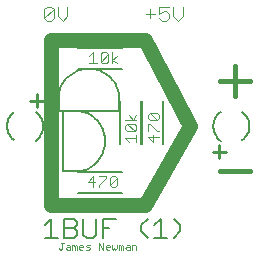
<source format=gto>
G75*
G70*
%OFA0B0*%
%FSLAX24Y24*%
%IPPOS*%
%LPD*%
%AMOC8*
5,1,8,0,0,1.08239X$1,22.5*
%
%ADD10C,0.0160*%
%ADD11C,0.0040*%
%ADD12C,0.0060*%
%ADD13C,0.0020*%
%ADD14C,0.0500*%
%ADD15C,0.0050*%
%ADD16C,0.0030*%
%ADD17C,0.0100*%
D10*
X008600Y003660D02*
X009600Y003660D01*
X009100Y006160D02*
X009100Y007160D01*
X008600Y006660D02*
X009600Y006660D01*
D11*
X007348Y008834D02*
X007348Y009141D01*
X007041Y009141D02*
X007041Y008834D01*
X007194Y008680D01*
X007348Y008834D01*
X006887Y008910D02*
X006887Y008757D01*
X006811Y008680D01*
X006657Y008680D01*
X006580Y008757D01*
X006580Y008910D02*
X006734Y008987D01*
X006811Y008987D01*
X006887Y008910D01*
X006887Y009141D02*
X006580Y009141D01*
X006580Y008910D01*
X006427Y008910D02*
X006120Y008910D01*
X006273Y008757D02*
X006273Y009064D01*
X003512Y009141D02*
X003512Y008834D01*
X003359Y008680D01*
X003205Y008834D01*
X003205Y009141D01*
X003052Y009064D02*
X002745Y008757D01*
X002822Y008680D01*
X002975Y008680D01*
X003052Y008757D01*
X003052Y009064D01*
X002975Y009141D01*
X002822Y009141D01*
X002745Y009064D01*
X002745Y008757D01*
D12*
X002755Y001440D02*
X003182Y001440D01*
X003400Y001440D02*
X003720Y001440D01*
X003827Y001547D01*
X003827Y001654D01*
X003720Y001760D01*
X003400Y001760D01*
X003400Y001440D02*
X003400Y002081D01*
X003720Y002081D01*
X003827Y001974D01*
X003827Y001867D01*
X003720Y001760D01*
X004044Y001547D02*
X004151Y001440D01*
X004364Y001440D01*
X004471Y001547D01*
X004471Y002081D01*
X004689Y002081D02*
X005116Y002081D01*
X004902Y001760D02*
X004689Y001760D01*
X004689Y001440D02*
X004689Y002081D01*
X004044Y002081D02*
X004044Y001547D01*
X002969Y001440D02*
X002969Y002081D01*
X002755Y001867D01*
X003875Y002935D02*
X005325Y002935D01*
X005325Y003635D02*
X003875Y003635D01*
X005250Y004560D02*
X005250Y006010D01*
X005950Y006010D02*
X005950Y004560D01*
X006000Y004560D02*
X006000Y006010D01*
X006700Y006010D02*
X006700Y004560D01*
X008375Y005160D02*
X008377Y005207D01*
X008383Y005255D01*
X008392Y005301D01*
X008405Y005347D01*
X008421Y005391D01*
X008442Y005435D01*
X008465Y005476D01*
X008491Y005515D01*
X008521Y005552D01*
X008554Y005587D01*
X008589Y005619D01*
X008626Y005648D01*
X009575Y005160D02*
X009573Y005115D01*
X009568Y005069D01*
X009560Y005025D01*
X009548Y004981D01*
X009532Y004938D01*
X009514Y004896D01*
X009492Y004856D01*
X009468Y004818D01*
X009441Y004782D01*
X009411Y004747D01*
X009378Y004716D01*
X009343Y004686D01*
X009575Y005160D02*
X009573Y005205D01*
X009568Y005251D01*
X009560Y005295D01*
X009548Y005339D01*
X009532Y005382D01*
X009514Y005424D01*
X009492Y005464D01*
X009468Y005502D01*
X009441Y005538D01*
X009411Y005573D01*
X009378Y005604D01*
X009343Y005634D01*
X008375Y005160D02*
X008377Y005114D01*
X008382Y005068D01*
X008391Y005022D01*
X008403Y004977D01*
X008419Y004934D01*
X008438Y004892D01*
X008461Y004851D01*
X008486Y004812D01*
X008514Y004776D01*
X008545Y004741D01*
X008579Y004709D01*
X008615Y004680D01*
X007052Y002081D02*
X007266Y001867D01*
X007266Y001654D01*
X007052Y001440D01*
X006834Y001440D02*
X006407Y001440D01*
X006621Y001440D02*
X006621Y002081D01*
X006407Y001867D01*
X006191Y002081D02*
X005978Y001867D01*
X005978Y001654D01*
X006191Y001440D01*
X001500Y005160D02*
X001502Y005205D01*
X001507Y005251D01*
X001515Y005295D01*
X001527Y005339D01*
X001543Y005382D01*
X001561Y005424D01*
X001583Y005464D01*
X001607Y005502D01*
X001634Y005538D01*
X001664Y005573D01*
X001697Y005604D01*
X001732Y005634D01*
X002700Y005160D02*
X002698Y005113D01*
X002692Y005065D01*
X002683Y005019D01*
X002670Y004973D01*
X002654Y004929D01*
X002633Y004885D01*
X002610Y004844D01*
X002584Y004805D01*
X002554Y004768D01*
X002521Y004733D01*
X002486Y004701D01*
X002449Y004672D01*
X002700Y005160D02*
X002698Y005206D01*
X002693Y005252D01*
X002684Y005298D01*
X002672Y005343D01*
X002656Y005386D01*
X002637Y005428D01*
X002614Y005469D01*
X002589Y005508D01*
X002561Y005544D01*
X002530Y005579D01*
X002496Y005611D01*
X002460Y005640D01*
X001500Y005160D02*
X001502Y005115D01*
X001507Y005069D01*
X001515Y005025D01*
X001527Y004981D01*
X001543Y004938D01*
X001561Y004896D01*
X001583Y004856D01*
X001607Y004818D01*
X001634Y004782D01*
X001664Y004747D01*
X001697Y004716D01*
X001732Y004686D01*
X003875Y007060D02*
X005325Y007060D01*
X005325Y007760D02*
X003875Y007760D01*
D13*
X003382Y001265D02*
X003308Y001265D01*
X003345Y001265D02*
X003345Y001082D01*
X003308Y001045D01*
X003272Y001045D01*
X003235Y001082D01*
X003456Y001082D02*
X003493Y001119D01*
X003603Y001119D01*
X003603Y001155D02*
X003603Y001045D01*
X003493Y001045D01*
X003456Y001082D01*
X003493Y001192D02*
X003566Y001192D01*
X003603Y001155D01*
X003677Y001192D02*
X003714Y001192D01*
X003750Y001155D01*
X003787Y001192D01*
X003824Y001155D01*
X003824Y001045D01*
X003750Y001045D02*
X003750Y001155D01*
X003677Y001192D02*
X003677Y001045D01*
X003898Y001082D02*
X003898Y001155D01*
X003935Y001192D01*
X004008Y001192D01*
X004045Y001155D01*
X004045Y001119D01*
X003898Y001119D01*
X003898Y001082D02*
X003935Y001045D01*
X004008Y001045D01*
X004119Y001045D02*
X004229Y001045D01*
X004266Y001082D01*
X004229Y001119D01*
X004156Y001119D01*
X004119Y001155D01*
X004156Y001192D01*
X004266Y001192D01*
X004561Y001265D02*
X004561Y001045D01*
X004708Y001045D02*
X004561Y001265D01*
X004708Y001265D02*
X004708Y001045D01*
X004782Y001082D02*
X004782Y001155D01*
X004819Y001192D01*
X004892Y001192D01*
X004929Y001155D01*
X004929Y001119D01*
X004782Y001119D01*
X004782Y001082D02*
X004819Y001045D01*
X004892Y001045D01*
X005003Y001082D02*
X005003Y001192D01*
X005003Y001082D02*
X005040Y001045D01*
X005076Y001082D01*
X005113Y001045D01*
X005150Y001082D01*
X005150Y001192D01*
X005224Y001192D02*
X005224Y001045D01*
X005297Y001045D02*
X005297Y001155D01*
X005334Y001192D01*
X005371Y001155D01*
X005371Y001045D01*
X005445Y001082D02*
X005482Y001119D01*
X005592Y001119D01*
X005592Y001155D02*
X005592Y001045D01*
X005482Y001045D01*
X005445Y001082D01*
X005482Y001192D02*
X005555Y001192D01*
X005592Y001155D01*
X005666Y001192D02*
X005776Y001192D01*
X005813Y001155D01*
X005813Y001045D01*
X005666Y001045D02*
X005666Y001192D01*
X005297Y001155D02*
X005261Y001192D01*
X005224Y001192D01*
D14*
X006100Y002535D02*
X007600Y005160D01*
X006100Y008035D01*
X002975Y008035D01*
X002975Y002535D01*
X006100Y002535D01*
D15*
X003950Y003660D02*
X003350Y003660D01*
X003350Y005660D01*
X003950Y005660D01*
X003225Y006260D02*
X003239Y006321D01*
X003257Y006380D01*
X003278Y006439D01*
X003303Y006496D01*
X003331Y006551D01*
X003363Y006605D01*
X003398Y006657D01*
X003436Y006706D01*
X003476Y006753D01*
X003520Y006797D01*
X003566Y006839D01*
X003615Y006878D01*
X003666Y006913D01*
X003719Y006946D01*
X003774Y006975D01*
X003831Y007001D01*
X003889Y007023D01*
X003948Y007042D01*
X004009Y007057D01*
X004070Y007068D01*
X004132Y007076D01*
X004194Y007080D01*
X004256Y007080D01*
X004318Y007076D01*
X004380Y007068D01*
X004441Y007057D01*
X004502Y007042D01*
X004561Y007023D01*
X004619Y007001D01*
X004676Y006975D01*
X004731Y006946D01*
X004784Y006913D01*
X004835Y006878D01*
X004884Y006839D01*
X004930Y006797D01*
X004974Y006753D01*
X005014Y006706D01*
X005052Y006657D01*
X005087Y006605D01*
X005119Y006551D01*
X005147Y006496D01*
X005172Y006439D01*
X005193Y006380D01*
X005211Y006321D01*
X005225Y006260D01*
X005225Y005660D01*
X003225Y005660D01*
X003225Y006260D01*
X003950Y005660D02*
X004011Y005646D01*
X004070Y005628D01*
X004129Y005607D01*
X004186Y005582D01*
X004241Y005554D01*
X004295Y005522D01*
X004347Y005487D01*
X004396Y005449D01*
X004443Y005409D01*
X004487Y005365D01*
X004529Y005319D01*
X004568Y005270D01*
X004603Y005219D01*
X004636Y005166D01*
X004665Y005111D01*
X004691Y005054D01*
X004713Y004996D01*
X004732Y004937D01*
X004747Y004876D01*
X004758Y004815D01*
X004766Y004753D01*
X004770Y004691D01*
X004770Y004629D01*
X004766Y004567D01*
X004758Y004505D01*
X004747Y004444D01*
X004732Y004383D01*
X004713Y004324D01*
X004691Y004266D01*
X004665Y004209D01*
X004636Y004154D01*
X004603Y004101D01*
X004568Y004050D01*
X004529Y004001D01*
X004487Y003955D01*
X004443Y003911D01*
X004396Y003871D01*
X004347Y003833D01*
X004295Y003798D01*
X004241Y003766D01*
X004186Y003738D01*
X004129Y003713D01*
X004070Y003692D01*
X004011Y003674D01*
X003950Y003660D01*
D16*
X004185Y003310D02*
X004432Y003310D01*
X004370Y003125D02*
X004370Y003496D01*
X004185Y003310D01*
X004553Y003187D02*
X004553Y003125D01*
X004553Y003187D02*
X004800Y003434D01*
X004800Y003496D01*
X004553Y003496D01*
X004922Y003434D02*
X004922Y003187D01*
X005169Y003434D01*
X005169Y003187D01*
X005107Y003125D01*
X004983Y003125D01*
X004922Y003187D01*
X004922Y003434D02*
X004983Y003496D01*
X005107Y003496D01*
X005169Y003434D01*
X005563Y004625D02*
X005440Y004749D01*
X005810Y004749D01*
X005810Y004872D02*
X005810Y004625D01*
X005748Y004994D02*
X005501Y004994D01*
X005440Y005055D01*
X005440Y005179D01*
X005501Y005240D01*
X005748Y004994D01*
X005810Y005055D01*
X005810Y005179D01*
X005748Y005240D01*
X005501Y005240D01*
X005440Y005362D02*
X005810Y005362D01*
X005687Y005362D02*
X005563Y005547D01*
X005687Y005362D02*
X005810Y005547D01*
X006190Y005547D02*
X006190Y005424D01*
X006251Y005362D01*
X006498Y005362D01*
X006251Y005609D01*
X006498Y005609D01*
X006560Y005547D01*
X006560Y005424D01*
X006498Y005362D01*
X006251Y005240D02*
X006498Y004994D01*
X006560Y004994D01*
X006375Y004872D02*
X006375Y004625D01*
X006190Y004810D01*
X006560Y004810D01*
X006190Y004994D02*
X006190Y005240D01*
X006251Y005240D01*
X006190Y005547D02*
X006251Y005609D01*
X005168Y007250D02*
X004983Y007374D01*
X005168Y007497D01*
X004983Y007621D02*
X004983Y007250D01*
X004862Y007312D02*
X004800Y007250D01*
X004676Y007250D01*
X004615Y007312D01*
X004862Y007559D01*
X004862Y007312D01*
X004615Y007312D02*
X004615Y007559D01*
X004676Y007621D01*
X004800Y007621D01*
X004862Y007559D01*
X004493Y007250D02*
X004246Y007250D01*
X004370Y007250D02*
X004370Y007621D01*
X004246Y007497D01*
D17*
X002725Y006010D02*
X002275Y006010D01*
X002500Y005785D02*
X002500Y006235D01*
X008350Y004310D02*
X008800Y004310D01*
X008575Y004535D02*
X008575Y004085D01*
M02*

</source>
